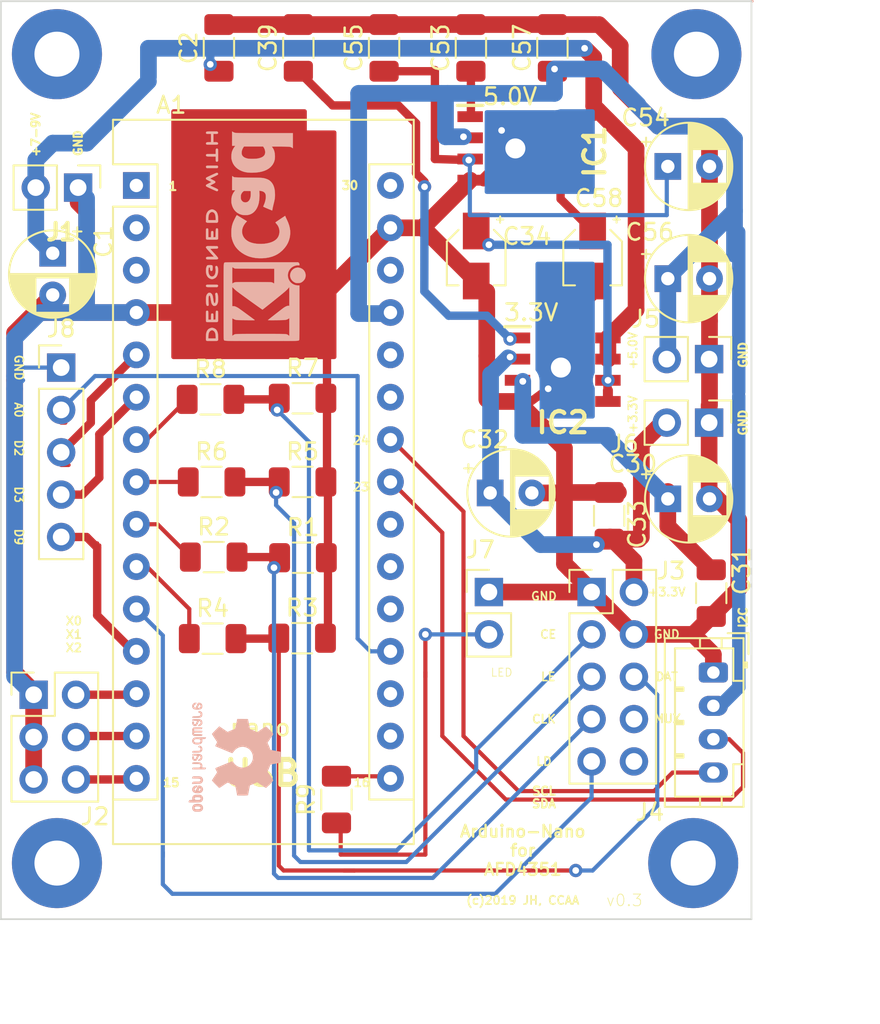
<source format=kicad_pcb>
(kicad_pcb (version 20171130) (host pcbnew 5.1.4+dfsg1-2)
  (title_block (title "Ardnuino for ADF4351") (date 2019-10-27) (rev v0.2))
  (layers (0 F.Cu signal) (31 B.Cu signal) (35 F.Paste user) (36 B.SilkS user) (37 F.SilkS user) (38 B.Mask user) (39 F.Mask user) (44 Edge.Cuts user))
  (net 0 "")
  (net 1 "Net-(A1-Pad16)")
  (net 2 "Net-(A1-Pad15)")
  (net 3 "Net-(A1-Pad30)")
  (net 4 "Net-(A1-Pad14)")
  (net 5 GND)
  (net 6 "Net-(A1-Pad13)")
  (net 7 "Net-(A1-Pad28)")
  (net 8 "Net-(A1-Pad12)")
  (net 9 "Net-(A1-Pad27)")
  (net 10 "Net-(A1-Pad11)")
  (net 11 "Net-(A1-Pad26)")
  (net 12 "Net-(A1-Pad10)")
  (net 13 "Net-(A1-Pad25)")
  (net 14 "Net-(A1-Pad9)")
  (net 15 "Net-(A1-Pad24)")
  (net 16 "Net-(A1-Pad8)")
  (net 17 "Net-(A1-Pad23)")
  (net 18 "Net-(A1-Pad7)")
  (net 19 "Net-(A1-Pad22)")
  (net 20 "Net-(A1-Pad6)")
  (net 21 "Net-(A1-Pad21)")
  (net 22 "Net-(A1-Pad5)")
  (net 23 "Net-(A1-Pad20)")
  (net 24 "Net-(A1-Pad19)")
  (net 25 "Net-(A1-Pad3)")
  (net 26 "Net-(A1-Pad18)")
  (net 27 "Net-(A1-Pad2)")
  (net 28 "Net-(A1-Pad17)")
  (net 29 "Net-(A1-Pad1)")
  (net 30 "Net-(C1-Pad1)")
  (net 31 "Net-(C30-Pad1)")
  (net 32 "Net-(C32-Pad1)")
  (net 33 "Net-(C34-Pad1)")
  (net 34 "Net-(C39-Pad1)")
  (net 35 "Net-(C53-Pad1)")
  (net 36 "Net-(C54-Pad1)")
  (net 37 "Net-(C58-Pad1)")
  (net 38 "Net-(J3-Pad10)")
  (net 39 "Net-(J3-Pad8)")
  (net 40 "Net-(J3-Pad7)")
  (net 41 "Net-(J3-Pad6)")
  (net 42 "Net-(J3-Pad5)")
  (net 43 "Net-(J3-Pad3)")
  (net 44 "Net-(J7-Pad2)")
  (module Connector_PinHeader_2.54mm:PinHeader_1x05_P2.54mm_Vertical (layer F.Cu) (at 67.056 98.298)
    (fp_text reference J8 (at 0 -2.33) (layer F.SilkS))
    (fp_text value Conn_01x05_Male)
    (pad 5 thru_hole oval (at 0 10.16) (size 1.7 1.7) (drill 1) (layers *.Cu *.Mask) (net 8 "Net-(A1-Pad12)"))
    (pad 4 thru_hole oval (at 0 7.62) (size 1.7 1.7) (drill 1) (layers *.Cu *.Mask) (net 20 "Net-(A1-Pad6)"))
    (pad 3 thru_hole oval (at 0 5.08) (size 1.7 1.7) (drill 1) (layers *.Cu *.Mask) (net 22 "Net-(A1-Pad5)"))
    (pad 2 thru_hole oval (at 0 2.54) (size 1.7 1.7) (drill 1) (layers *.Cu *.Mask) (net 24 "Net-(A1-Pad19)"))
    (pad 1 thru_hole rect (at 0 0) (size 1.7 1.7) (drill 1) (layers *.Cu *.Mask) (net 5 GND))
  )
  (module Symbol:OSHW-Logo2_7.3x6mm_SilkScreen (layer B.Cu) (at 77.47 121.666 90)
    (fp_text reference REF** hide)
    (fp_text value OSHW-Logo2_7.3x6mm_SilkScreen hide)
  )
  (module Symbol:KiCad-Logo2_5mm_SilkScreen (layer B.Cu) (at 78.74 90.424 90)
    (fp_text reference REF** hide)
    (fp_text value KiCad-Logo2_5mm_SilkScreen hide)
  )
  (module SOIC127P600X175-9N (layer F.Cu) (at 94.2975 85.1535)
    (fp_text reference IC1 (at 4.7625 0.1905 270) (layer F.SilkS) (effects (font (size 1.27 1.27) (thickness 0.254))))
    (fp_text value ADM7150ARDZ-5.0 hide)
    (pad 1 smd rect (at -2.712 -1.905 90) (size 0.65 1.525) (layers F.Cu F.Paste F.Mask) (net 35 "Net-(C53-Pad1)"))
    (pad 2 smd rect (at -2.712 -0.635 90) (size 0.65 1.525) (layers F.Cu F.Paste F.Mask) (net 9 "Net-(A1-Pad27)"))
    (pad 3 smd rect (at -2.712 0.635 90) (size 0.65 1.525) (layers F.Cu F.Paste F.Mask) (net 36 "Net-(C54-Pad1)"))
    (pad 4 smd rect (at -2.712 1.905 90) (size 0.65 1.525) (layers F.Cu F.Paste F.Mask) (net 5 GND))
    (pad 5 smd rect (at 2.712 1.905 90) (size 0.65 1.525) (layers F.Cu F.Paste F.Mask) (net 37 "Net-(C58-Pad1)"))
    (pad 6 smd rect (at 2.712 0.635 90) (size 0.65 1.525) (layers F.Cu F.Paste F.Mask) (net 37 "Net-(C58-Pad1)"))
    (pad 7 smd rect (at 2.712 -0.635 90) (size 0.65 1.525) (layers F.Cu F.Paste F.Mask) (net 30 "Net-(C1-Pad1)"))
    (pad 8 smd rect (at 2.712 -1.905 90) (size 0.65 1.525) (layers F.Cu F.Paste F.Mask) (net 30 "Net-(C1-Pad1)"))
    (pad 9 smd rect (at 0 0) (size 2.41 3.098) (layers F.Cu F.Paste F.Mask) (net 5 GND))
  )
  (module Resistor_SMD:R_1206_3216Metric (layer F.Cu) (at 83.566 124.206 90)
    (fp_text reference R9 (at 0 -1.82 90) (layer F.SilkS))
    (fp_text value 220)
    (pad 2 smd roundrect (at 1.4 0 90) (size 1.25 1.75) (layers F.Cu F.Paste F.Mask) (roundrect_rratio 0.2) (net 1 "Net-(A1-Pad16)"))
    (pad 1 smd roundrect (at -1.4 0 90) (size 1.25 1.75) (layers F.Cu F.Paste F.Mask) (roundrect_rratio 0.2) (net 44 "Net-(J7-Pad2)"))
  )
  (module Connector_PinHeader_2.54mm:PinHeader_1x02_P2.54mm_Vertical (layer F.Cu) (at 92.71 111.76)
    (fp_text reference J7 (at -0.508 -2.54) (layer F.SilkS))
    (fp_text value Conn_01x02_Male)
    (pad 2 thru_hole oval (at 0 2.54) (size 1.7 1.7) (drill 1) (layers *.Cu *.Mask) (net 44 "Net-(J7-Pad2)"))
    (pad 1 thru_hole rect (at 0 0) (size 1.7 1.7) (drill 1) (layers *.Cu *.Mask) (net 5 GND))
  )
  (module Connector_PinHeader_2.54mm:PinHeader_1x02_P2.54mm_Vertical (layer F.Cu) (at 105.918 101.6 270)
    (fp_text reference J6 (at 1.27 5.08 180) (layer F.SilkS))
    (fp_text value Conn_01x02_Male)
    (pad 2 thru_hole oval (at 0 2.54 270) (size 1.7 1.7) (drill 1) (layers *.Cu *.Mask) (net 32 "Net-(C32-Pad1)"))
    (pad 1 thru_hole rect (at 0 0 270) (size 1.7 1.7) (drill 1) (layers *.Cu *.Mask) (net 5 GND))
  )
  (module Connector_PinHeader_2.54mm:PinHeader_1x02_P2.54mm_Vertical (layer F.Cu) (at 105.918 97.79 270)
    (fp_text reference J5 (at -2.413 3.81 180) (layer F.SilkS))
    (fp_text value Conn_01x02_Male)
    (pad 2 thru_hole oval (at 0 2.54 270) (size 1.7 1.7) (drill 1) (layers *.Cu *.Mask) (net 9 "Net-(A1-Pad27)"))
    (pad 1 thru_hole rect (at 0 0 270) (size 1.7 1.7) (drill 1) (layers *.Cu *.Mask) (net 5 GND))
  )
  (module MountingHole:MountingHole_2.7mm_M2.5_Pad (layer F.Cu) (at 105.156 79.502)
    (fp_text reference REF** hide)
    (fp_text value MountingHole_2.7mm_M2.5_Pad)
    (pad 1 thru_hole circle (at 0 0) (size 5.4 5.4) (drill 2.7) (layers *.Cu *.Mask))
  )
  (module MountingHole:MountingHole_2.7mm_M2.5_Pad (layer F.Cu) (at 66.802 79.502)
    (fp_text reference REF** hide)
    (fp_text value MountingHole_2.7mm_M2.5_Pad)
    (pad 1 thru_hole circle (at 0 0) (size 5.4 5.4) (drill 2.7) (layers *.Cu *.Mask))
  )
  (module MountingHole:MountingHole_2.7mm_M2.5_Pad (layer F.Cu) (at 66.802 128.016)
    (fp_text reference REF** hide)
    (fp_text value MountingHole_2.7mm_M2.5_Pad)
    (pad 1 thru_hole circle (at 0 0) (size 5.4 5.4) (drill 2.7) (layers *.Cu *.Mask))
  )
  (module MountingHole:MountingHole_2.7mm_M2.5_Pad (layer F.Cu) (at 104.9655 128.016)
    (fp_text reference "" hide)
    (fp_text value MountingHole_2.7mm_M2.5_Pad hide)
    (pad 1 thru_hole circle (at 0 0) (size 5.4 5.4) (drill 2.7) (layers *.Cu *.Mask))
  )
  (module Capacitor_SMD:C_1206_3216Metric (layer F.Cu) (at 99.9236 107.188 90)
    (fp_text reference C33 (at -0.508 1.6764 -90) (layer F.SilkS))
    (fp_text value 10nF)
    (pad 2 smd roundrect (at 1.4 0 90) (size 1.25 1.75) (layers F.Cu F.Paste F.Mask) (roundrect_rratio 0.2) (net 5 GND))
    (pad 1 smd roundrect (at -1.4 0 90) (size 1.25 1.75) (layers F.Cu F.Paste F.Mask) (roundrect_rratio 0.2) (net 32 "Net-(C32-Pad1)"))
  )
  (module Connector_JST:JST_PH_B4B-PH-K_1x04_P2.00mm_Vertical (layer F.Cu) (at 106.172 116.586 270)
    (fp_text reference J4 (at 8.382 3.81 180) (layer F.SilkS))
    (fp_text value Conn_01x04_Male)
    (pad 4 thru_hole oval (at 6 0 270) (size 1.2 1.75) (drill 0.75) (layers *.Cu *.Mask) (net 15 "Net-(A1-Pad24)"))
    (pad 3 thru_hole oval (at 4 0 270) (size 1.2 1.75) (drill 0.75) (layers *.Cu *.Mask) (net 17 "Net-(A1-Pad23)"))
    (pad 2 thru_hole oval (at 2 0 270) (size 1.2 1.75) (drill 0.75) (layers *.Cu *.Mask) (net 9 "Net-(A1-Pad27)"))
    (pad 1 thru_hole roundrect (at 0 0 270) (size 1.2 1.75) (drill 0.75) (layers *.Cu *.Mask) (roundrect_rratio 0.208333) (net 5 GND))
  )
  (module Module:Arduino_Nano_WithMountingHoles (layer F.Cu) (at 71.5645 87.376)
    (fp_text reference A1 (at 2.0955 -4.826) (layer F.SilkS))
    (fp_text value Arduino_Nano_v3.x)
    (pad "" np_thru_hole circle (at 0 38.1) (size 1.78 1.78) (drill 1.78) (layers *.Cu *.Mask))
    (pad "" np_thru_hole circle (at 15.24 38.1) (size 1.78 1.78) (drill 1.78) (layers *.Cu *.Mask))
    (pad "" np_thru_hole circle (at 15.24 -2.54) (size 1.78 1.78) (drill 1.78) (layers *.Cu *.Mask))
    (pad "" np_thru_hole circle (at 0 -2.54) (size 1.78 1.78) (drill 1.78) (layers *.Cu *.Mask))
    (pad 16 thru_hole oval (at 15.24 35.56) (size 1.6 1.6) (drill 0.8) (layers *.Cu *.Mask) (net 1 "Net-(A1-Pad16)"))
    (pad 15 thru_hole oval (at 0 35.56) (size 1.6 1.6) (drill 0.8) (layers *.Cu *.Mask) (net 2 "Net-(A1-Pad15)"))
    (pad 30 thru_hole oval (at 15.24 0) (size 1.6 1.6) (drill 0.8) (layers *.Cu *.Mask) (net 3 "Net-(A1-Pad30)"))
    (pad 14 thru_hole oval (at 0 33.02) (size 1.6 1.6) (drill 0.8) (layers *.Cu *.Mask) (net 4 "Net-(A1-Pad14)"))
    (pad 29 thru_hole oval (at 15.24 2.54) (size 1.6 1.6) (drill 0.8) (layers *.Cu *.Mask) (net 5 GND))
    (pad 13 thru_hole oval (at 0 30.48) (size 1.6 1.6) (drill 0.8) (layers *.Cu *.Mask) (net 6 "Net-(A1-Pad13)"))
    (pad 28 thru_hole oval (at 15.24 5.08) (size 1.6 1.6) (drill 0.8) (layers *.Cu *.Mask) (net 7 "Net-(A1-Pad28)"))
    (pad 12 thru_hole oval (at 0 27.94) (size 1.6 1.6) (drill 0.8) (layers *.Cu *.Mask) (net 8 "Net-(A1-Pad12)"))
    (pad 27 thru_hole oval (at 15.24 7.62) (size 1.6 1.6) (drill 0.8) (layers *.Cu *.Mask) (net 9 "Net-(A1-Pad27)"))
    (pad 11 thru_hole oval (at 0 25.4) (size 1.6 1.6) (drill 0.8) (layers *.Cu *.Mask) (net 10 "Net-(A1-Pad11)"))
    (pad 26 thru_hole oval (at 15.24 10.16) (size 1.6 1.6) (drill 0.8) (layers *.Cu *.Mask) (net 11 "Net-(A1-Pad26)"))
    (pad 10 thru_hole oval (at 0 22.86) (size 1.6 1.6) (drill 0.8) (layers *.Cu *.Mask) (net 12 "Net-(A1-Pad10)"))
    (pad 25 thru_hole oval (at 15.24 12.7) (size 1.6 1.6) (drill 0.8) (layers *.Cu *.Mask) (net 13 "Net-(A1-Pad25)"))
    (pad 9 thru_hole oval (at 0 20.32) (size 1.6 1.6) (drill 0.8) (layers *.Cu *.Mask) (net 14 "Net-(A1-Pad9)"))
    (pad 24 thru_hole oval (at 15.24 15.24) (size 1.6 1.6) (drill 0.8) (layers *.Cu *.Mask) (net 15 "Net-(A1-Pad24)"))
    (pad 8 thru_hole oval (at 0 17.78) (size 1.6 1.6) (drill 0.8) (layers *.Cu *.Mask) (net 16 "Net-(A1-Pad8)"))
    (pad 23 thru_hole oval (at 15.24 17.78) (size 1.6 1.6) (drill 0.8) (layers *.Cu *.Mask) (net 17 "Net-(A1-Pad23)"))
    (pad 7 thru_hole oval (at 0 15.24) (size 1.6 1.6) (drill 0.8) (layers *.Cu *.Mask) (net 18 "Net-(A1-Pad7)"))
    (pad 22 thru_hole oval (at 15.24 20.32) (size 1.6 1.6) (drill 0.8) (layers *.Cu *.Mask) (net 19 "Net-(A1-Pad22)"))
    (pad 6 thru_hole oval (at 0 12.7) (size 1.6 1.6) (drill 0.8) (layers *.Cu *.Mask) (net 20 "Net-(A1-Pad6)"))
    (pad 21 thru_hole oval (at 15.24 22.86) (size 1.6 1.6) (drill 0.8) (layers *.Cu *.Mask) (net 21 "Net-(A1-Pad21)"))
    (pad 5 thru_hole oval (at 0 10.16) (size 1.6 1.6) (drill 0.8) (layers *.Cu *.Mask) (net 22 "Net-(A1-Pad5)"))
    (pad 20 thru_hole oval (at 15.24 25.4) (size 1.6 1.6) (drill 0.8) (layers *.Cu *.Mask) (net 23 "Net-(A1-Pad20)"))
    (pad 4 thru_hole oval (at 0 7.62) (size 1.6 1.6) (drill 0.8) (layers *.Cu *.Mask) (net 5 GND))
    (pad 19 thru_hole oval (at 15.24 27.94) (size 1.6 1.6) (drill 0.8) (layers *.Cu *.Mask) (net 24 "Net-(A1-Pad19)"))
    (pad 3 thru_hole oval (at 0 5.08) (size 1.6 1.6) (drill 0.8) (layers *.Cu *.Mask) (net 25 "Net-(A1-Pad3)"))
    (pad 18 thru_hole oval (at 15.24 30.48) (size 1.6 1.6) (drill 0.8) (layers *.Cu *.Mask) (net 26 "Net-(A1-Pad18)"))
    (pad 2 thru_hole oval (at 0 2.54) (size 1.6 1.6) (drill 0.8) (layers *.Cu *.Mask) (net 27 "Net-(A1-Pad2)"))
    (pad 17 thru_hole oval (at 15.24 33.02) (size 1.6 1.6) (drill 0.8) (layers *.Cu *.Mask) (net 28 "Net-(A1-Pad17)"))
    (pad 1 thru_hole rect (at 0 0) (size 1.6 1.6) (drill 0.8) (layers *.Cu *.Mask) (net 29 "Net-(A1-Pad1)"))
  )
  (module Resistor_SMD:R_1206_3216Metric (layer F.Cu) (at 76.0125 100.203)
    (fp_text reference R8 (at 0 -1.82) (layer F.SilkS))
    (fp_text value 1k5)
    (pad 2 smd roundrect (at 1.4 0) (size 1.25 1.75) (layers F.Cu F.Paste F.Mask) (roundrect_rratio 0.2) (net 43 "Net-(J3-Pad3)"))
    (pad 1 smd roundrect (at -1.4 0) (size 1.25 1.75) (layers F.Cu F.Paste F.Mask) (roundrect_rratio 0.2) (net 18 "Net-(A1-Pad7)"))
  )
  (module Resistor_SMD:R_1206_3216Metric (layer F.Cu) (at 81.534 100.1395)
    (fp_text reference R7 (at 0 -1.82) (layer F.SilkS))
    (fp_text value 3k3)
    (pad 2 smd roundrect (at 1.4 0) (size 1.25 1.75) (layers F.Cu F.Paste F.Mask) (roundrect_rratio 0.2) (net 5 GND))
    (pad 1 smd roundrect (at -1.4 0) (size 1.25 1.75) (layers F.Cu F.Paste F.Mask) (roundrect_rratio 0.2) (net 43 "Net-(J3-Pad3)"))
  )
  (module Resistor_SMD:R_1206_3216Metric (layer F.Cu) (at 76.076 105.156)
    (fp_text reference R6 (at 0 -1.82) (layer F.SilkS))
    (fp_text value 1k5)
    (pad 2 smd roundrect (at 1.4 0) (size 1.25 1.75) (layers F.Cu F.Paste F.Mask) (roundrect_rratio 0.2) (net 42 "Net-(J3-Pad5)"))
    (pad 1 smd roundrect (at -1.4 0) (size 1.25 1.75) (layers F.Cu F.Paste F.Mask) (roundrect_rratio 0.2) (net 16 "Net-(A1-Pad8)"))
  )
  (module Resistor_SMD:R_1206_3216Metric (layer F.Cu) (at 81.534 105.156)
    (fp_text reference R5 (at 0 -1.82) (layer F.SilkS))
    (fp_text value 3k3)
    (pad 2 smd roundrect (at 1.4 0) (size 1.25 1.75) (layers F.Cu F.Paste F.Mask) (roundrect_rratio 0.2) (net 5 GND))
    (pad 1 smd roundrect (at -1.4 0) (size 1.25 1.75) (layers F.Cu F.Paste F.Mask) (roundrect_rratio 0.2) (net 42 "Net-(J3-Pad5)"))
  )
  (module Resistor_SMD:R_1206_3216Metric (layer F.Cu) (at 76.1395 114.554)
    (fp_text reference R4 (at 0 -1.82) (layer F.SilkS))
    (fp_text value 1k5)
    (pad 2 smd roundrect (at 1.4 0) (size 1.25 1.75) (layers F.Cu F.Paste F.Mask) (roundrect_rratio 0.2) (net 41 "Net-(J3-Pad6)"))
    (pad 1 smd roundrect (at -1.4 0) (size 1.25 1.75) (layers F.Cu F.Paste F.Mask) (roundrect_rratio 0.2) (net 12 "Net-(A1-Pad10)"))
  )
  (module Resistor_SMD:R_1206_3216Metric (layer F.Cu) (at 81.5086 114.5286)
    (fp_text reference R3 (at 0 -1.82) (layer F.SilkS))
    (fp_text value 3k3)
    (pad 2 smd roundrect (at 1.4 0) (size 1.25 1.75) (layers F.Cu F.Paste F.Mask) (roundrect_rratio 0.2) (net 5 GND))
    (pad 1 smd roundrect (at -1.4 0) (size 1.25 1.75) (layers F.Cu F.Paste F.Mask) (roundrect_rratio 0.2) (net 41 "Net-(J3-Pad6)"))
  )
  (module Resistor_SMD:R_1206_3216Metric (layer F.Cu) (at 76.203 109.6645)
    (fp_text reference R2 (at 0 -1.82) (layer F.SilkS))
    (fp_text value 1k5)
    (pad 2 smd roundrect (at 1.4 0) (size 1.25 1.75) (layers F.Cu F.Paste F.Mask) (roundrect_rratio 0.2) (net 40 "Net-(J3-Pad7)"))
    (pad 1 smd roundrect (at -1.4 0) (size 1.25 1.75) (layers F.Cu F.Paste F.Mask) (roundrect_rratio 0.2) (net 14 "Net-(A1-Pad9)"))
  )
  (module Resistor_SMD:R_1206_3216Metric (layer F.Cu) (at 81.5594 109.7026)
    (fp_text reference R1 (at 0 -1.82) (layer F.SilkS))
    (fp_text value 3k3)
    (pad 2 smd roundrect (at 1.4 0) (size 1.25 1.75) (layers F.Cu F.Paste F.Mask) (roundrect_rratio 0.2) (net 5 GND))
    (pad 1 smd roundrect (at -1.4 0) (size 1.25 1.75) (layers F.Cu F.Paste F.Mask) (roundrect_rratio 0.2) (net 40 "Net-(J3-Pad7)"))
  )
  (module Connector_PinHeader_2.54mm:PinHeader_2x05_P2.54mm_Vertical (layer F.Cu) (at 98.8695 111.76)
    (fp_text reference J3 (at 4.7625 -1.27) (layer F.SilkS))
    (fp_text value Conn_02x05_Top_Bottom)
    (pad 10 thru_hole oval (at 2.54 10.16) (size 1.7 1.7) (drill 1) (layers *.Cu *.Mask) (net 38 "Net-(J3-Pad10)"))
    (pad 9 thru_hole oval (at 0 10.16) (size 1.7 1.7) (drill 1) (layers *.Cu *.Mask) (net 10 "Net-(A1-Pad11)"))
    (pad 8 thru_hole oval (at 2.54 7.62) (size 1.7 1.7) (drill 1) (layers *.Cu *.Mask) (net 39 "Net-(J3-Pad8)"))
    (pad 7 thru_hole oval (at 0 7.62) (size 1.7 1.7) (drill 1) (layers *.Cu *.Mask) (net 40 "Net-(J3-Pad7)"))
    (pad 6 thru_hole oval (at 2.54 5.08) (size 1.7 1.7) (drill 1) (layers *.Cu *.Mask) (net 41 "Net-(J3-Pad6)"))
    (pad 5 thru_hole oval (at 0 5.08) (size 1.7 1.7) (drill 1) (layers *.Cu *.Mask) (net 42 "Net-(J3-Pad5)"))
    (pad 4 thru_hole oval (at 2.54 2.54) (size 1.7 1.7) (drill 1) (layers *.Cu *.Mask) (net 5 GND))
    (pad 3 thru_hole oval (at 0 2.54) (size 1.7 1.7) (drill 1) (layers *.Cu *.Mask) (net 43 "Net-(J3-Pad3)"))
    (pad 2 thru_hole oval (at 2.54 0) (size 1.7 1.7) (drill 1) (layers *.Cu *.Mask) (net 32 "Net-(C32-Pad1)"))
    (pad 1 thru_hole rect (at 0 0) (size 1.7 1.7) (drill 1) (layers *.Cu *.Mask) (net 5 GND))
  )
  (module Connector_PinHeader_2.54mm:PinHeader_2x03_P2.54mm_Vertical (layer F.Cu) (at 65.405 117.9195)
    (fp_text reference J2 (at 3.683 7.3025) (layer F.SilkS))
    (fp_text value Conn_02x03_Odd_Even)
    (pad 6 thru_hole oval (at 2.54 5.08) (size 1.7 1.7) (drill 1) (layers *.Cu *.Mask) (net 2 "Net-(A1-Pad15)"))
    (pad 5 thru_hole oval (at 0 5.08) (size 1.7 1.7) (drill 1) (layers *.Cu *.Mask) (net 5 GND))
    (pad 4 thru_hole oval (at 2.54 2.54) (size 1.7 1.7) (drill 1) (layers *.Cu *.Mask) (net 4 "Net-(A1-Pad14)"))
    (pad 3 thru_hole oval (at 0 2.54) (size 1.7 1.7) (drill 1) (layers *.Cu *.Mask) (net 5 GND))
    (pad 2 thru_hole oval (at 2.54 0) (size 1.7 1.7) (drill 1) (layers *.Cu *.Mask) (net 6 "Net-(A1-Pad13)"))
    (pad 1 thru_hole rect (at 0 0) (size 1.7 1.7) (drill 1) (layers *.Cu *.Mask) (net 5 GND))
  )
  (module Connector_PinHeader_2.54mm:PinHeader_1x02_P2.54mm_Vertical (layer F.Cu) (at 68.072 87.503 270)
    (fp_text reference J1 (at 2.667 1.016 180) (layer F.SilkS) (effects (font (thickness 0.25))))
    (fp_text value Conn_01x02_Male)
    (pad 2 thru_hole oval (at 0 2.54 270) (size 1.7 1.7) (drill 1) (layers *.Cu *.Mask) (net 30 "Net-(C1-Pad1)"))
    (pad 1 thru_hole rect (at 0 0 270) (size 1.7 1.7) (drill 1) (layers *.Cu *.Mask) (net 5 GND))
  )
  (module Capacitor_SMD:CP_Elec_3x5.3 (layer F.Cu) (at 98.933 91.6065 270)
    (fp_text reference C58 (at -3.4685 -0.381 180) (layer F.SilkS))
    (fp_text value 1uF)
    (pad 2 smd rect (at 1.5 0 270) (size 2.2 1.6) (layers F.Cu F.Paste F.Mask) (net 5 GND))
    (pad 1 smd rect (at -1.5 0 270) (size 2.2 1.6) (layers F.Cu F.Paste F.Mask) (net 37 "Net-(C58-Pad1)"))
  )
  (module Capacitor_SMD:C_1206_3216Metric (layer F.Cu) (at 96.52 79.124 90)
    (fp_text reference C57 (at 0 -1.82 90) (layer F.SilkS))
    (fp_text value 10nF)
    (pad 2 smd roundrect (at 1.4 0 90) (size 1.25 1.75) (layers F.Cu F.Paste F.Mask) (roundrect_rratio 0.2) (net 5 GND))
    (pad 1 smd roundrect (at -1.4 0 90) (size 1.25 1.75) (layers F.Cu F.Paste F.Mask) (roundrect_rratio 0.2) (net 9 "Net-(A1-Pad27)"))
  )
  (module Capacitor_THT:CP_Radial_D5.0mm_P2.50mm (layer F.Cu) (at 103.4415 92.964)
    (fp_text reference C56 (at -1.0795 -2.794) (layer F.SilkS))
    (fp_text value 47uF)
    (pad 2 thru_hole circle (at 2.5 0) (size 1.6 1.6) (drill 0.8) (layers *.Cu *.Mask) (net 5 GND))
    (pad 1 thru_hole rect (at 0 0) (size 1.6 1.6) (drill 0.8) (layers *.Cu *.Mask) (net 9 "Net-(A1-Pad27)"))
  )
  (module Capacitor_SMD:C_1206_3216Metric (layer F.Cu) (at 86.4235 79.124 90)
    (fp_text reference C55 (at 0 -1.82 90) (layer F.SilkS))
    (fp_text value 10nF)
    (pad 2 smd roundrect (at 1.4 0 90) (size 1.25 1.75) (layers F.Cu F.Paste F.Mask) (roundrect_rratio 0.2) (net 5 GND))
    (pad 1 smd roundrect (at -1.4 0 90) (size 1.25 1.75) (layers F.Cu F.Paste F.Mask) (roundrect_rratio 0.2) (net 36 "Net-(C54-Pad1)"))
  )
  (module Capacitor_THT:CP_Radial_D5.0mm_P2.50mm (layer F.Cu) (at 103.4415 86.233)
    (fp_text reference C54 (at -1.3335 -2.921) (layer F.SilkS))
    (fp_text value 47uF)
    (pad 2 thru_hole circle (at 2.5 0) (size 1.6 1.6) (drill 0.8) (layers *.Cu *.Mask) (net 5 GND))
    (pad 1 thru_hole rect (at 0 0) (size 1.6 1.6) (drill 0.8) (layers *.Cu *.Mask) (net 36 "Net-(C54-Pad1)"))
  )
  (module Capacitor_SMD:C_1206_3216Metric (layer F.Cu) (at 91.6305 79.124 90)
    (fp_text reference C53 (at 0 -1.82 90) (layer F.SilkS))
    (fp_text value 10nF)
    (pad 2 smd roundrect (at 1.4 0 90) (size 1.25 1.75) (layers F.Cu F.Paste F.Mask) (roundrect_rratio 0.2) (net 5 GND))
    (pad 1 smd roundrect (at -1.4 0 90) (size 1.25 1.75) (layers F.Cu F.Paste F.Mask) (roundrect_rratio 0.2) (net 35 "Net-(C53-Pad1)"))
  )
  (module Capacitor_SMD:C_1206_3216Metric (layer F.Cu) (at 81.28 79.124 90)
    (fp_text reference C39 (at 0 -1.82 90) (layer F.SilkS))
    (fp_text value 10nF)
    (pad 2 smd roundrect (at 1.4 0 90) (size 1.25 1.75) (layers F.Cu F.Paste F.Mask) (roundrect_rratio 0.2) (net 5 GND))
    (pad 1 smd roundrect (at -1.4 0 90) (size 1.25 1.75) (layers F.Cu F.Paste F.Mask) (roundrect_rratio 0.2) (net 34 "Net-(C39-Pad1)"))
  )
  (module Capacitor_SMD:CP_Elec_3x5.3 (layer F.Cu) (at 91.948 91.6065 270)
    (fp_text reference C34 (at -1.1825 -3.048 180) (layer F.SilkS))
    (fp_text value 1uF)
    (pad 2 smd rect (at 1.5 0 270) (size 2.2 1.6) (layers F.Cu F.Paste F.Mask) (net 5 GND))
    (pad 1 smd rect (at -1.5 0 270) (size 2.2 1.6) (layers F.Cu F.Paste F.Mask) (net 33 "Net-(C34-Pad1)"))
  )
  (module Capacitor_THT:CP_Radial_D5.0mm_P2.50mm (layer F.Cu) (at 92.7862 105.8164)
    (fp_text reference C32 (at -0.3302 -3.2004) (layer F.SilkS))
    (fp_text value 47uF)
    (pad 2 thru_hole circle (at 2.5 0) (size 1.6 1.6) (drill 0.8) (layers *.Cu *.Mask) (net 5 GND))
    (pad 1 thru_hole rect (at 0 0) (size 1.6 1.6) (drill 0.8) (layers *.Cu *.Mask) (net 32 "Net-(C32-Pad1)"))
  )
  (module Capacitor_SMD:C_1206_3216Metric (layer F.Cu) (at 106.045 111.8265 270)
    (fp_text reference C31 (at -1.3365 -1.82 90) (layer F.SilkS))
    (fp_text value 10nF)
    (pad 2 smd roundrect (at 1.4 0 270) (size 1.25 1.75) (layers F.Cu F.Paste F.Mask) (roundrect_rratio 0.2) (net 5 GND))
    (pad 1 smd roundrect (at -1.4 0 270) (size 1.25 1.75) (layers F.Cu F.Paste F.Mask) (roundrect_rratio 0.2) (net 31 "Net-(C30-Pad1)"))
  )
  (module Capacitor_THT:CP_Radial_D5.0mm_P2.50mm (layer F.Cu) (at 103.4415 106.172)
    (fp_text reference C30 (at -2.0955 -2.0955 180) (layer F.SilkS))
    (fp_text value 47uF)
    (pad 2 thru_hole circle (at 2.5 0) (size 1.6 1.6) (drill 0.8) (layers *.Cu *.Mask) (net 5 GND))
    (pad 1 thru_hole rect (at 0 0) (size 1.6 1.6) (drill 0.8) (layers *.Cu *.Mask) (net 31 "Net-(C30-Pad1)"))
  )
  (module Capacitor_SMD:C_1206_3216Metric (layer F.Cu) (at 76.5175 79.124 90)
    (fp_text reference C2 (at 0 -1.82 90) (layer F.SilkS))
    (fp_text value 10nF)
    (pad 2 smd roundrect (at 1.4 0 90) (size 1.25 1.75) (layers F.Cu F.Paste F.Mask) (roundrect_rratio 0.2) (net 5 GND))
    (pad 1 smd roundrect (at -1.4 0 90) (size 1.25 1.75) (layers F.Cu F.Paste F.Mask) (roundrect_rratio 0.2) (net 30 "Net-(C1-Pad1)"))
  )
  (module Capacitor_THT:CP_Radial_D5.0mm_P2.50mm (layer F.Cu) (at 66.548 91.44 270)
    (fp_text reference C1 (at -0.6985 -3.048 90) (layer F.SilkS))
    (fp_text value 47uF)
    (pad 2 thru_hole circle (at 2.5 0 270) (size 1.6 1.6) (drill 0.8) (layers *.Cu *.Mask) (net 5 GND))
    (pad 1 thru_hole rect (at 0 0 270) (size 1.6 1.6) (drill 0.8) (layers *.Cu *.Mask) (net 30 "Net-(C1-Pad1)"))
  )
  (module SOIC127P600X175-9N (layer F.Cu) (at 97.1365 98.425)
    (fp_text reference IC2 (at 0 3.175) (layer F.SilkS) (effects (font (size 1.27 1.27) (thickness 0.254))))
    (fp_text value ADM7150ARDZ-3.3 hide)
    (pad 1 smd rect (at -2.712 -1.905 90) (size 0.65 1.525) (layers F.Cu F.Paste F.Mask) (net 34 "Net-(C39-Pad1)"))
    (pad 2 smd rect (at -2.712 -0.635 90) (size 0.65 1.525) (layers F.Cu F.Paste F.Mask) (net 32 "Net-(C32-Pad1)"))
    (pad 3 smd rect (at -2.712 0.635 90) (size 0.65 1.525) (layers F.Cu F.Paste F.Mask) (net 31 "Net-(C30-Pad1)"))
    (pad 4 smd rect (at -2.712 1.905 90) (size 0.65 1.525) (layers F.Cu F.Paste F.Mask) (net 5 GND))
    (pad 5 smd rect (at 2.712 1.905 90) (size 0.65 1.525) (layers F.Cu F.Paste F.Mask) (net 33 "Net-(C34-Pad1)"))
    (pad 6 smd rect (at 2.712 0.635 90) (size 0.65 1.525) (layers F.Cu F.Paste F.Mask) (net 33 "Net-(C34-Pad1)"))
    (pad 7 smd rect (at 2.712 -0.635 90) (size 0.65 1.525) (layers F.Cu F.Paste F.Mask) (net 30 "Net-(C1-Pad1)"))
    (pad 8 smd rect (at 2.712 -1.905 90) (size 0.65 1.525) (layers F.Cu F.Paste F.Mask) (net 30 "Net-(C1-Pad1)"))
    (pad 9 smd rect (at 0 0) (size 2.41 3.098) (layers F.Cu F.Paste F.Mask) (net 5 GND))
  )
  (gr_text GND (at 64.516 98.298 -90) (layer F.SilkS) (effects (font (size 0.5 0.5) (thickness 0.1))))
  (gr_text D9 (at 64.516 108.458 -90) (layer F.SilkS) (effects (font (size 0.5 0.5) (thickness 0.1))))
  (gr_text D3 (at 64.516 105.918 -90) (layer F.SilkS) (effects (font (size 0.5 0.5) (thickness 0.1))))
  (gr_text D2 (at 64.516 103.124 -90) (layer F.SilkS) (effects (font (size 0.5 0.5) (thickness 0.1))))
  (gr_text A0 (at 64.516 100.838 -90) (layer F.SilkS) (effects (font (size 0.5 0.5) (thickness 0.1))))
  (gr_text LED (at 93.472 116.586) (layer F.SilkS) (effects (font (size 0.4826 0.4826) (thickness 0.0508))))
  (gr_text GND (at 107.95 101.6 90) (layer F.SilkS) (effects (font (size 0.5 0.5) (thickness 0.125))))
  (gr_text GND (at 107.95 97.536 90) (layer F.SilkS) (effects (font (size 0.5 0.5) (thickness 0.125))))
  (gr_text GND (at 68.072 84.836 90) (layer F.SilkS) (effects (font (size 0.5 0.5) (thickness 0.125))))
  (gr_text +7-9V (at 65.532 84.328 90) (layer F.SilkS) (effects (font (size 0.5 0.5) (thickness 0.125))))
  (gr_text I2C (at 107.95 113.284 90) (layer F.SilkS) (effects (font (size 0.5 0.5) (thickness 0.125))))
  (gr_text +5.0V (at 101.346 97.282 90) (layer F.SilkS) (effects (font (size 0.5 0.5) (thickness 0.1))))
  (gr_text +3.3V (at 101.346 101.092 90) (layer F.SilkS) (effects (font (size 0.5 0.5) (thickness 0.1))))
  (gr_text "X0\nX1\nX2" (at 67.818 114.3) (layer F.SilkS) (effects (font (size 0.5 0.5) (thickness 0.1))))
  (gr_text "Arduino-Nano\nfor\nAFD4351" (at 94.742 127.254) (layer F.SilkS) (effects (font (size 0.71 0.71) (thickness 0.141))))
  (gr_text 5.0V (at 93.98 82.042) (layer F.SilkS) (effects (font (size 1 1))))
  (gr_text 3.3V (at 95.25 94.996) (layer F.SilkS) (effects (font (size 1 1))))
  (gr_text MUX (at 103.4288 119.3546) (layer F.SilkS) (effects (font (size 0.5 0.5) (thickness 0.1))))
  (gr_text GND (at 103.378 114.3) (layer F.SilkS) (effects (font (size 0.5 0.5) (thickness 0.1))))
  (gr_text +3.3V (at 103.378 111.76) (layer F.SilkS) (effects (font (size 0.5 0.5) (thickness 0.1))))
  (gr_text GND (at 96.012 112.014) (layer F.SilkS) (effects (font (size 0.5 0.5) (thickness 0.1))))
  (gr_text DAT (at 103.378 116.84) (layer F.SilkS) (effects (font (size 0.5 0.5) (thickness 0.1))))
  (gr_text LD (at 96.012 121.92) (layer F.SilkS) (effects (font (size 0.5 0.5) (thickness 0.1))))
  (gr_text LE (at 96.266 116.84) (layer F.SilkS) (effects (font (size 0.5 0.5) (thickness 0.1))))
  (gr_text CLK (at 96.012 119.38) (layer F.SilkS) (effects (font (size 0.5 0.5) (thickness 0.1))))
  (gr_text CE (at 96.266 114.3) (layer F.SilkS) (effects (font (size 0.5 0.5) (thickness 0.1))))
  (gr_text 24 (at 85.0392 102.6668) (layer F.SilkS) (effects (font (size 0.5 0.5) (thickness 0.1))))
  (gr_text 23 (at 85.0392 105.4608) (layer F.SilkS) (effects (font (size 0.5 0.5) (thickness 0.1))))
  (gr_text SDA (at 96.012 124.46) (layer F.SilkS) (effects (font (size 0.5 0.5) (thickness 0.125))))
  (gr_text SCL (at 96.012 123.698) (layer F.SilkS) (effects (font (size 0.5 0.5) (thickness 0.125))))
  (gr_text 16 (at 85.09 123.19) (layer F.SilkS) (effects (font (size 0.5 0.5) (thickness 0.1))))
  (gr_text 30 (at 84.3788 87.376) (layer F.SilkS) (effects (font (size 0.5 0.5) (thickness 0.125))))
  (gr_text 15 (at 73.66 123.19) (layer F.SilkS) (effects (font (size 0.5 0.5) (thickness 0.125))))
  (gr_text 1 (at 73.7616 87.4268) (layer F.SilkS) (effects (font (size 0.5 0.5) (thickness 0.125))))
  (gr_text v0.3 (at 100.838 130.2512) (layer F.SilkS) (effects (font (size 0.7 0.7) (thickness 0.05))))
  (gr_text "(c)2019 JH, CCAA" (at 94.742 130.2512) (layer F.SilkS) (effects (font (size 0.5 0.5) (thickness 0.1))))
  (gr_text nano (at 78.994 119.888) (layer F.SilkS) (effects (font (size 1 1))))
  (gr_text USB (at 79.121 122.6185) (layer F.SilkS) (effects (font (size 1.5 1.5) (thickness 0.3))))
  (gr_line (start 63.4365 131.3815) (end 63.4365 76.327) (layer Edge.Cuts) (width 0.1))
  (gr_line (start 108.458 131.3815) (end 63.4365 131.3815) (layer Edge.Cuts) (width 0.1))
  (gr_line (start 108.458 76.327) (end 108.458 131.3815) (layer Edge.Cuts) (width 0.1))
  (gr_line (start 108.458 76.327) (end 108.5215 76.327) (layer B.SilkS) (width 0.15))
  (gr_line (start 63.4365 76.327) (end 108.458 76.327) (layer Edge.Cuts) (width 0.1))
  (segment (start 86.6805 122.812) (end 86.8045 122.936) (width 0.25) (layer F.Cu) (net 1))
  (segment (start 83.82 122.812) (end 86.6805 122.812) (width 0.25) (layer F.Cu) (net 1))
  (segment (start 71.501 122.9995) (end 71.5645 122.936) (width 0.25) (layer F.Cu) (net 2))
  (segment (start 67.945 122.9995) (end 71.501 122.9995) (width 0.5) (layer F.Cu) (net 2))
  (segment (start 68.0085 120.396) (end 67.945 120.4595) (width 0.25) (layer F.Cu) (net 4))
  (segment (start 71.5645 120.396) (end 68.0085 120.396) (width 0.5) (layer F.Cu) (net 4))
  (via (at 93.472 84.074) (size 0.8) (drill 0.4) (layers F.Cu B.Cu) (net 5))
  (segment (start 65.405 122.9995) (end 65.405 120.4595) (width 0.25) (layer F.Cu) (net 5))
  (segment (start 65.405 117.9195) (end 65.405 122.9995) (width 1) (layer F.Cu) (net 5))
  (segment (start 65.405 117.9195) (end 65.405 120.4595) (width 0.25) (layer F.Cu) (net 5))
  (segment (start 98.8695 111.76) (end 101.4095 114.3) (width 1) (layer F.Cu) (net 5))
  (segment (start 101.473 114.2365) (end 101.4095 114.3) (width 0.25) (layer F.Cu) (net 5))
  (segment (start 82.7465 109.855) (end 82.8735 109.728) (width 0.25) (layer F.Cu) (net 5))
  (segment (start 83.058 114.554) (end 83.058 109.855) (width 0.5) (layer F.Cu) (net 5))
  (segment (start 82.937 109.6645) (end 82.8735 109.728) (width 0.25) (layer F.Cu) (net 5))
  (segment (start 83.058 105.156) (end 83.058 109.6645) (width 0.5) (layer F.Cu) (net 5))
  (segment (start 83.0005 105.0925) (end 82.937 105.156) (width 0.25) (layer F.Cu) (net 5))
  (segment (start 83.0005 100.1395) (end 83.0005 105.0925) (width 0.5) (layer F.Cu) (net 5))
  (segment (start 83.0005 100.1395) (end 83.0005 96.5895) (width 0.5) (layer F.Cu) (net 5))
  (segment (start 81.407 94.996) (end 77.724 94.996) (width 1) (layer F.Cu) (net 5))
  (segment (start 83.0005 96.5895) (end 81.407 94.996) (width 0.5) (layer F.Cu) (net 5))
  (segment (start 68.332 87.763) (end 68.072 87.503) (width 0.25) (layer F.Cu) (net 5))
  (segment (start 81.7245 94.996) (end 86.8045 89.916) (width 1) (layer F.Cu) (net 5))
  (segment (start 81.407 94.996) (end 81.7245 94.996) (width 0.25) (layer F.Cu) (net 5))
  (segment (start 88.728 89.916) (end 91.5855 87.0585) (width 1) (layer F.Cu) (net 5))
  (segment (start 86.8045 89.916) (end 88.728 89.916) (width 1) (layer F.Cu) (net 5))
  (segment (start 105.9415 95.504) (end 105.9415 86.233) (width 1) (layer F.Cu) (net 5))
  (segment (start 97.242 103.1475) (end 94.4245 100.33) (width 1) (layer F.Cu) (net 5))
  (segment (start 97.242 105.791) (end 97.242 103.1475) (width 1) (layer F.Cu) (net 5))
  (segment (start 95.2315 100.33) (end 96.266 99.568) (width 0.5) (layer F.Cu) (net 5))
  (segment (start 94.4245 100.33) (end 95.2315 100.33) (width 0.25) (layer F.Cu) (net 5))
  (segment (start 92.583 93.7415) (end 91.948 93.1065) (width 0.25) (layer F.Cu) (net 5))
  (segment (start 92.583 97.5995) (end 92.583 93.7415) (width 1) (layer F.Cu) (net 5))
  (segment (start 81.28 77.724) (end 96.52 77.724) (width 1) (layer F.Cu) (net 5))
  (segment (start 96.52 77.724) (end 99.1235 77.724) (width 1) (layer F.Cu) (net 5))
  (segment (start 105.9415 84.542) (end 105.9415 86.233) (width 1) (layer F.Cu) (net 5))
  (segment (start 98.933 93.1065) (end 98.933 93.726) (width 0.25) (layer F.Cu) (net 5))
  (segment (start 98.933 93.726) (end 97.1365 95.5225) (width 1) (layer F.Cu) (net 5))
  (segment (start 97.242 105.791) (end 97.242 110.069) (width 1) (layer F.Cu) (net 5))
  (segment (start 98.8695 111.6965) (end 98.8695 111.76) (width 0.25) (layer F.Cu) (net 5))
  (segment (start 88.7575 89.916) (end 91.948 93.1065) (width 1) (layer F.Cu) (net 5))
  (segment (start 88.728 89.916) (end 88.7575 89.916) (width 0.25) (layer F.Cu) (net 5))
  (segment (start 101.4095 114.3) (end 104.9655 114.3) (width 1) (layer F.Cu) (net 5))
  (segment (start 106.039 113.2265) (end 106.045 113.2265) (width 0.25) (layer F.Cu) (net 5))
  (segment (start 106.1025 113.284) (end 106.045 113.2265) (width 0.25) (layer F.Cu) (net 5))
  (segment (start 76.5175 77.724) (end 81.28 77.724) (width 1) (layer F.Cu) (net 5))
  (segment (start 100.4794 105.791) (end 100.6348 105.6356) (width 0.25) (layer F.Cu) (net 5))
  (segment (start 97.242 105.791) (end 100.4794 105.791) (width 1) (layer F.Cu) (net 5))
  (segment (start 94.742 105.791) (end 95.4405 105.791) (width 0.25) (layer B.Cu) (net 5))
  (segment (start 94.742 105.791) (end 94.7674 105.791) (width 0.25) (layer B.Cu) (net 5))
  (segment (start 97.115 105.918) (end 97.242 105.791) (width 0.25) (layer F.Cu) (net 5))
  (segment (start 97.2166 105.8164) (end 97.242 105.791) (width 0.25) (layer F.Cu) (net 5))
  (segment (start 95.2862 105.8164) (end 97.2166 105.8164) (width 1) (layer F.Cu) (net 5))
  (segment (start 92.583 97.5995) (end 92.583 100.203) (width 1) (layer F.Cu) (net 5))
  (segment (start 92.71 100.33) (end 94.4245 100.33) (width 1) (layer F.Cu) (net 5))
  (segment (start 92.583 100.203) (end 92.71 100.33) (width 0.25) (layer F.Cu) (net 5))
  (segment (start 106.172 115.5065) (end 104.9655 114.3) (width 1) (layer F.Cu) (net 5))
  (segment (start 106.172 116.586) (end 106.172 115.5065) (width 1) (layer F.Cu) (net 5))
  (segment (start 104.9715 114.3) (end 106.045 113.2265) (width 1) (layer F.Cu) (net 5))
  (segment (start 104.9655 114.3) (end 104.9715 114.3) (width 0.25) (layer F.Cu) (net 5))
  (segment (start 96.25675 99.30475) (end 96.38375 99.17775) (width 0.25) (layer F.Cu) (net 5))
  (segment (start 97.01875 98.54275) (end 97.1365 98.425) (width 0.25) (layer F.Cu) (net 5))
  (segment (start 93.5355 85.9155) (end 94.2975 85.1535) (width 0.5) (layer F.Cu) (net 5))
  (segment (start 94.2975 85.1535) (end 94.2975 85.1535) (width 0.5) (layer F.Cu) (net 5))
  (via (at 94.2975 85.1535) (size 1.5) (drill 1.2) (layers F.Cu B.Cu) (net 5))
  (segment (start 99.314 77.724) (end 100.584 78.994) (width 1) (layer F.Cu) (net 5))
  (segment (start 99.1235 77.724) (end 99.314 77.724) (width 0.25) (layer F.Cu) (net 5))
  (segment (start 100.584 78.994) (end 100.584 81.534) (width 1) (layer F.Cu) (net 5))
  (segment (start 100.584 81.534) (end 102.87 83.82) (width 1) (layer F.Cu) (net 5))
  (segment (start 105.2195 83.82) (end 105.9415 84.542) (width 1) (layer F.Cu) (net 5))
  (segment (start 102.87 83.82) (end 105.2195 83.82) (width 1) (layer F.Cu) (net 5))
  (segment (start 97.1365 95.5225) (end 97.1365 98.425) (width 1) (layer F.Cu) (net 5))
  (segment (start 105.9415 105.7275) (end 106.045 105.7275) (width 0.25) (layer F.Cu) (net 5))
  (segment (start 107.696 111.5755) (end 106.045 113.2265) (width 1) (layer F.Cu) (net 5))
  (segment (start 105.9415 105.7275) (end 105.9815 105.7275) (width 0.25) (layer F.Cu) (net 5))
  (segment (start 107.696 107.442) (end 107.696 111.5755) (width 1) (layer F.Cu) (net 5))
  (segment (start 105.9815 105.7275) (end 107.696 107.442) (width 1) (layer F.Cu) (net 5))
  (segment (start 96.38375 99.17775) (end 97.01875 98.54275) (width 0.25) (layer F.Cu) (net 5))
  (segment (start 97.1365 98.425) (end 97.1365 98.425) (width 0.25) (layer F.Cu) (net 5))
  (via (at 97.028 98.298) (size 1.5) (drill 1.2) (layers F.Cu B.Cu) (net 5))
  (segment (start 77.724 94.996) (end 71.5645 94.996) (width 1) (layer F.Cu) (net 5))
  (segment (start 105.918 99.568) (end 105.9415 99.5445) (width 0.25) (layer F.Cu) (net 5))
  (segment (start 105.918 100.584) (end 105.918 99.568) (width 0.25) (layer F.Cu) (net 5))
  (segment (start 105.9415 100.5605) (end 105.918 100.584) (width 0.25) (layer F.Cu) (net 5))
  (segment (start 105.9415 95.504) (end 105.9415 100.5605) (width 1) (layer F.Cu) (net 5))
  (segment (start 105.918 105.704) (end 105.9415 105.7275) (width 0.25) (layer F.Cu) (net 5))
  (segment (start 105.918 100.584) (end 105.918 105.704) (width 1) (layer F.Cu) (net 5))
  (segment (start 92.3925 87.0585) (end 94.2975 85.1535) (width 0.75) (layer F.Cu) (net 5))
  (segment (start 91.5855 87.0585) (end 92.3925 87.0585) (width 0.25) (layer F.Cu) (net 5))
  (segment (start 97.242 110.069) (end 97.5995 110.4265) (width 1) (layer F.Cu) (net 5))
  (segment (start 97.5995 110.4265) (end 98.8695 111.6965) (width 1) (layer F.Cu) (net 5))
  (segment (start 93.472 111.76) (end 98.8695 111.76) (width 1.000018) (layer F.Cu) (net 5))
  (segment (start 64.77 117.2845) (end 65.405 117.9195) (width 0.25) (layer F.Cu) (net 5))
  (segment (start 68.072 87.503) (end 68.072 88.392) (width 0.25) (layer F.Cu) (net 5))
  (segment (start 68.072 88.392) (end 68.58 88.9) (width 1) (layer F.Cu) (net 5))
  (segment (start 68.58 88.9) (end 68.58 92.964) (width 1) (layer F.Cu) (net 5))
  (segment (start 68.58 94.488) (end 68.072 94.996) (width 0.25) (layer F.Cu) (net 5))
  (segment (start 68.58 93.726) (end 68.326 93.726) (width 0.25) (layer F.Cu) (net 5))
  (segment (start 68.58 92.964) (end 68.58 93.726) (width 1) (layer F.Cu) (net 5))
  (segment (start 68.58 93.726) (end 68.58 94.488) (width 1) (layer F.Cu) (net 5))
  (segment (start 65.405 117.9195) (end 65.405 117.729) (width 0.25) (layer F.Cu) (net 5))
  (segment (start 65.405 117.729) (end 64.262 116.586) (width 1) (layer F.Cu) (net 5))
  (segment (start 71.5645 94.996) (end 65.532 94.996) (width 1) (layer F.Cu) (net 5))
  (segment (start 64.262 96.226) (end 65.512 94.976) (width 1) (layer F.Cu) (net 5))
  (segment (start 65.532 94.996) (end 65.512 94.976) (width 0.25) (layer F.Cu) (net 5))
  (segment (start 65.512 94.976) (end 66.548 93.94) (width 1) (layer F.Cu) (net 5))
  (segment (start 64.262 116.586) (end 64.262 99.06) (width 1) (layer F.Cu) (net 5))
  (segment (start 64.262 99.06) (end 64.262 96.226) (width 1) (layer F.Cu) (net 5))
  (segment (start 65.786 94.996) (end 64.262 96.52) (width 1) (layer B.Cu) (net 5))
  (segment (start 64.262 116.7765) (end 65.405 117.9195) (width 1) (layer B.Cu) (net 5))
  (segment (start 64.77 99.06) (end 64.262 99.568) (width 0.25) (layer B.Cu) (net 5))
  (segment (start 64.262 99.568) (end 64.262 116.84) (width 1) (layer B.Cu) (net 5))
  (segment (start 68.072 87.503) (end 68.072 87.63) (width 0.25) (layer B.Cu) (net 5))
  (segment (start 68.58 88.138) (end 68.58 94.996) (width 1) (layer B.Cu) (net 5))
  (segment (start 68.072 87.63) (end 68.58 88.138) (width 0.25) (layer B.Cu) (net 5))
  (segment (start 71.5645 94.996) (end 68.58 94.996) (width 1) (layer B.Cu) (net 5))
  (segment (start 68.58 94.996) (end 65.786 94.996) (width 1) (layer B.Cu) (net 5))
  (segment (start 67.056 98.298) (end 64.77 98.298) (width 0.25) (layer B.Cu) (net 5))
  (segment (start 64.262 96.5835) (end 64.262 98.806) (width 1) (layer B.Cu) (net 5))
  (segment (start 64.77 98.298) (end 64.262 98.806) (width 0.25) (layer B.Cu) (net 5))
  (segment (start 64.262 98.806) (end 64.262 99.568) (width 1) (layer B.Cu) (net 5))
  (segment (start 96.266 99.568) (end 96.25675 99.30475) (width 0.5) (layer F.Cu) (net 5))
  (via (at 96.266 99.568) (size 0.8) (drill 0.4) (layers F.Cu B.Cu) (net 5))
  (segment (start 71.501 117.9195) (end 71.5645 117.856) (width 0.25) (layer F.Cu) (net 6))
  (segment (start 67.945 117.9195) (end 71.501 117.9195) (width 0.5) (layer F.Cu) (net 6))
  (segment (start 71.5645 115.316) (end 71.374 115.316) (width 0.25) (layer F.Cu) (net 8))
  (segment (start 69.215 109.093) (end 69.215 113.157) (width 0.5) (layer F.Cu) (net 8))
  (segment (start 71.374 115.316) (end 69.215 113.157) (width 0.5) (layer F.Cu) (net 8))
  (segment (start 69.342 108.966) (end 69.215 109.093) (width 0.25) (layer F.Cu) (net 8))
  (segment (start 69.215 109.093) (end 69.215 108.839) (width 0.25) (layer F.Cu) (net 8))
  (segment (start 68.58 108.458) (end 69.215 109.093) (width 0.5) (layer F.Cu) (net 8))
  (segment (start 67.056 108.458) (end 68.58 108.458) (width 0.5) (layer F.Cu) (net 8))
  (via (at 91.186 84.455) (size 0.8) (drill 0.4) (layers F.Cu B.Cu) (net 9))
  (via (at 96.647 80.391) (size 0.8) (drill 0.4) (layers F.Cu B.Cu) (net 9))
  (segment (start 96.647 80.391) (end 99.5045 80.391) (width 1) (layer B.Cu) (net 9))
  (segment (start 99.5045 80.391) (end 101.6635 82.55) (width 1) (layer B.Cu) (net 9))
  (segment (start 96.647 80.391) (end 96.647 81.8515) (width 1) (layer B.Cu) (net 9))
  (segment (start 84.8995 81.8515) (end 84.8995 95.0595) (width 1) (layer B.Cu) (net 9))
  (segment (start 86.741 95.0595) (end 86.8045 94.996) (width 0.25) (layer B.Cu) (net 9))
  (segment (start 84.8995 95.0595) (end 86.741 95.0595) (width 1) (layer B.Cu) (net 9))
  (segment (start 91.186 84.455) (end 90.1065 84.455) (width 1) (layer B.Cu) (net 9))
  (segment (start 90.1065 84.455) (end 90.1065 81.9785) (width 1) (layer B.Cu) (net 9))
  (segment (start 90.1065 81.9785) (end 90.2335 81.8515) (width 0.25) (layer B.Cu) (net 9))
  (segment (start 96.647 81.8515) (end 90.2335 81.8515) (width 1) (layer B.Cu) (net 9))
  (segment (start 90.2335 81.8515) (end 84.8995 81.8515) (width 1) (layer B.Cu) (net 9))
  (segment (start 86.8045 94.996) (end 87.122 94.996) (width 0.25) (layer B.Cu) (net 9))
  (segment (start 107.696 117.475) (end 107.696 100.0125) (width 0.8) (layer B.Cu) (net 9))
  (segment (start 106.68 83.82) (end 107.442 84.582) (width 1) (layer B.Cu) (net 9))
  (segment (start 101.6635 82.55) (end 101.6635 82.6135) (width 0.25) (layer B.Cu) (net 9))
  (segment (start 101.6635 82.6135) (end 102.87 83.82) (width 1) (layer B.Cu) (net 9))
  (segment (start 102.87 83.82) (end 106.68 83.82) (width 1) (layer B.Cu) (net 9))
  (segment (start 107.696 90.17) (end 107.696 99.7585) (width 0.8) (layer B.Cu) (net 9))
  (segment (start 107.442 90.17) (end 107.442 91.5035) (width 1) (layer B.Cu) (net 9))
  (segment (start 107.442 99.7585) (end 107.696 100.0125) (width 0.25) (layer B.Cu) (net 9))
  (segment (start 103.4415 92.9005) (end 107.442 88.9) (width 1) (layer B.Cu) (net 9))
  (segment (start 103.4415 92.964) (end 103.4415 92.9005) (width 0.25) (layer B.Cu) (net 9))
  (segment (start 107.442 84.582) (end 107.442 88.9) (width 1) (layer B.Cu) (net 9))
  (segment (start 107.442 88.9) (end 107.442 90.17) (width 1) (layer B.Cu) (net 9))
  (segment (start 103.4415 97.4725) (end 103.378 97.536) (width 0.25) (layer B.Cu) (net 9))
  (segment (start 103.4415 92.964) (end 103.4415 97.4725) (width 1) (layer B.Cu) (net 9))
  (segment (start 106.585 118.586) (end 107.696 117.475) (width 0.8) (layer B.Cu) (net 9))
  (segment (start 106.172 118.586) (end 106.585 118.586) (width 0.25) (layer B.Cu) (net 9))
  (segment (start 71.5645 112.776) (end 73.152 114.3635) (width 0.25) (layer B.Cu) (net 10))
  (segment (start 98.8695 124.079) (end 98.8695 121.92) (width 0.25) (layer B.Cu) (net 10))
  (segment (start 73.152 127.381) (end 73.152 129.286) (width 0.25) (layer B.Cu) (net 10))
  (segment (start 73.152 127.381) (end 73.152 127.635) (width 0.25) (layer B.Cu) (net 10))
  (segment (start 73.152 114.3635) (end 73.152 127.381) (width 0.25) (layer B.Cu) (net 10))
  (segment (start 73.152 129.286) (end 73.7235 129.8575) (width 0.25) (layer B.Cu) (net 10))
  (segment (start 93.091 129.8575) (end 95.631 127.3175) (width 0.25) (layer B.Cu) (net 10))
  (segment (start 73.7235 129.8575) (end 93.091 129.8575) (width 0.25) (layer B.Cu) (net 10))
  (segment (start 95.3135 127.635) (end 95.631 127.3175) (width 0.25) (layer B.Cu) (net 10))
  (segment (start 95.631 127.3175) (end 98.8695 124.079) (width 0.25) (layer B.Cu) (net 10))
  (segment (start 71.5645 110.236) (end 72.1995 110.236) (width 0.25) (layer F.Cu) (net 12))
  (segment (start 74.7395 112.776) (end 74.7395 114.554) (width 0.25) (layer F.Cu) (net 12))
  (segment (start 72.1995 110.236) (end 74.7395 112.776) (width 0.25) (layer F.Cu) (net 12))
  (segment (start 72.8345 107.696) (end 74.803 109.6645) (width 0.25) (layer F.Cu) (net 14))
  (segment (start 71.5645 107.696) (end 72.8345 107.696) (width 0.25) (layer F.Cu) (net 14))
  (segment (start 106.172 122.586) (end 106.172 122.936) (width 0.25) (layer F.Cu) (net 15))
  (segment (start 86.8045 102.616) (end 86.868 102.616) (width 0.25) (layer F.Cu) (net 15))
  (segment (start 86.868 102.616) (end 91.186 106.934) (width 0.25) (layer F.Cu) (net 15))
  (segment (start 91.186 106.934) (end 91.186 120.396) (width 0.25) (layer F.Cu) (net 15))
  (segment (start 91.186 120.396) (end 94.488 123.698) (width 0.25) (layer F.Cu) (net 15))
  (segment (start 103.728 122.586) (end 106.172 122.586) (width 0.25) (layer F.Cu) (net 15))
  (segment (start 94.488 123.698) (end 102.616 123.698) (width 0.25) (layer F.Cu) (net 15))
  (segment (start 102.616 123.698) (end 103.728 122.586) (width 0.25) (layer F.Cu) (net 15))
  (segment (start 71.5645 105.156) (end 74.676 105.156) (width 0.25) (layer F.Cu) (net 16))
  (segment (start 106.172 120.586) (end 107.124 120.586) (width 0.25) (layer F.Cu) (net 17))
  (segment (start 107.124 120.586) (end 107.95 121.412) (width 0.25) (layer F.Cu) (net 17))
  (segment (start 107.95 121.412) (end 107.95 123.444) (width 0.25) (layer F.Cu) (net 17))
  (segment (start 86.8045 105.156) (end 86.868 105.156) (width 0.25) (layer F.Cu) (net 17))
  (segment (start 86.868 105.156) (end 89.916 108.204) (width 0.25) (layer F.Cu) (net 17))
  (segment (start 89.916 108.204) (end 89.916 120.396) (width 0.25) (layer F.Cu) (net 17))
  (segment (start 89.916 120.396) (end 93.726 124.206) (width 0.25) (layer F.Cu) (net 17))
  (segment (start 93.726 124.206) (end 107.188 124.206) (width 0.25) (layer F.Cu) (net 17))
  (segment (start 107.188 124.206) (end 107.569 123.825) (width 0.25) (layer F.Cu) (net 17))
  (segment (start 107.442 123.952) (end 107.569 123.825) (width 0.25) (layer F.Cu) (net 17))
  (segment (start 107.569 123.825) (end 107.95 123.444) (width 0.25) (layer F.Cu) (net 17))
  (segment (start 72.1995 102.616) (end 74.6125 100.203) (width 0.25) (layer F.Cu) (net 18))
  (segment (start 71.5645 102.616) (end 72.1995 102.616) (width 0.25) (layer F.Cu) (net 18))
  (segment (start 67.056 105.918) (end 68.326 105.918) (width 0.5) (layer F.Cu) (net 20))
  (segment (start 68.326 105.918) (end 69.342 104.902) (width 0.5) (layer F.Cu) (net 20))
  (segment (start 69.342 102.2985) (end 71.5645 100.076) (width 0.5) (layer F.Cu) (net 20))
  (segment (start 69.342 104.902) (end 69.342 102.2985) (width 0.5) (layer F.Cu) (net 20))
  (segment (start 67.056 104.14) (end 67.5005 104.14) (width 0.25) (layer F.Cu) (net 22))
  (segment (start 71.374 97.536) (end 71.5645 97.536) (width 0.25) (layer F.Cu) (net 22))
  (segment (start 68.834 100.2665) (end 71.5645 97.536) (width 0.5) (layer F.Cu) (net 22))
  (segment (start 67.056 103.378) (end 68.834 101.6) (width 0.5) (layer F.Cu) (net 22))
  (segment (start 68.834 101.6) (end 68.834 100.2665) (width 0.5) (layer F.Cu) (net 22))
  (segment (start 67.056 101.6) (end 67.31 101.6) (width 0.25) (layer F.Cu) (net 24))
  (segment (start 84.836 114.554) (end 85.598 115.316) (width 0.25) (layer B.Cu) (net 24))
  (segment (start 84.836 98.806) (end 84.836 114.554) (width 0.25) (layer B.Cu) (net 24))
  (segment (start 67.056 100.838) (end 69.088 98.806) (width 0.25) (layer B.Cu) (net 24))
  (segment (start 85.598 115.316) (end 86.8045 115.316) (width 0.25) (layer B.Cu) (net 24))
  (segment (start 69.088 98.806) (end 84.836 98.806) (width 0.25) (layer B.Cu) (net 24))
  (via (at 98.4504 79.1464) (size 0.8) (drill 0.4) (layers F.Cu B.Cu) (net 30))
  (via (at 75.9968 80.1116) (size 0.8) (drill 0.4) (layers F.Cu B.Cu) (net 30))
  (segment (start 65.4685 87.5665) (end 65.532 87.503) (width 0.25) (layer F.Cu) (net 30))
  (segment (start 97.0095 83.2485) (end 97.0095 84.5185) (width 0.5) (layer F.Cu) (net 30))
  (segment (start 98.9965 82.5315) (end 98.9965 82.6135) (width 0.25) (layer F.Cu) (net 30))
  (segment (start 101.5365 94.832) (end 99.8485 96.52) (width 1) (layer F.Cu) (net 30))
  (segment (start 101.5365 85.1535) (end 101.5365 94.832) (width 1) (layer F.Cu) (net 30))
  (segment (start 99.8485 96.52) (end 99.8485 97.79) (width 1) (layer F.Cu) (net 30))
  (segment (start 98.9965 79.6925) (end 98.4504 79.1464) (width 1) (layer F.Cu) (net 30))
  (segment (start 98.9965 82.6135) (end 98.9965 79.6925) (width 1) (layer F.Cu) (net 30))
  (segment (start 65.532 87.503) (end 65.532 85.9028) (width 1) (layer B.Cu) (net 30))
  (segment (start 75.9968 79.2988) (end 76.1492 79.1464) (width 0.25) (layer B.Cu) (net 30))
  (segment (start 75.9968 80.1116) (end 75.9968 79.2988) (width 0.5) (layer B.Cu) (net 30))
  (segment (start 72.2884 79.1464) (end 76.1492 79.1464) (width 1) (layer B.Cu) (net 30))
  (segment (start 76.1492 79.1464) (end 98.4504 79.1464) (width 1) (layer B.Cu) (net 30))
  (segment (start 65.532 85.9028) (end 65.532 85.852) (width 0.25) (layer B.Cu) (net 30))
  (segment (start 65.532 85.852) (end 66.548 84.836) (width 1) (layer B.Cu) (net 30))
  (segment (start 72.2884 80.8736) (end 72.2884 79.1464) (width 1) (layer B.Cu) (net 30))
  (segment (start 66.548 84.836) (end 68.58 84.836) (width 1) (layer B.Cu) (net 30))
  (segment (start 72.2884 81.1276) (end 72.2884 80.8736) (width 0.25) (layer B.Cu) (net 30))
  (segment (start 68.58 84.836) (end 72.2884 81.1276) (width 1) (layer B.Cu) (net 30))
  (segment (start 98.8695 83.2485) (end 99.2505 82.8675) (width 0.25) (layer F.Cu) (net 30))
  (segment (start 97.2 83.2485) (end 99.06 83.2485) (width 0.5) (layer F.Cu) (net 30))
  (segment (start 98.9965 82.6135) (end 99.2505 82.8675) (width 1) (layer F.Cu) (net 30))
  (segment (start 99.2505 82.8675) (end 101.5365 85.1535) (width 1) (layer F.Cu) (net 30))
  (segment (start 65.532 90.424) (end 66.548 91.44) (width 1) (layer B.Cu) (net 30))
  (segment (start 65.532 87.503) (end 65.532 90.424) (width 1) (layer B.Cu) (net 30))
  (via (at 94.742 99.1235) (size 0.8) (drill 0.4) (layers F.Cu B.Cu) (net 31))
  (via (at 94.742 99.1235) (size 0.8) (drill 0.4) (layers F.Cu B.Cu) (net 31))
  (segment (start 103.4415 107.823) (end 106.045 110.4265) (width 1) (layer F.Cu) (net 31))
  (segment (start 103.4415 105.7275) (end 103.4415 107.823) (width 1) (layer F.Cu) (net 31))
  (segment (start 94.742 99.1235) (end 94.742 102.362) (width 1) (layer B.Cu) (net 31))
  (segment (start 94.742 102.362) (end 99.822 102.362) (width 1) (layer B.Cu) (net 31))
  (segment (start 99.822 102.5525) (end 103.4415 106.172) (width 1) (layer B.Cu) (net 31))
  (segment (start 99.822 102.362) (end 99.822 102.5525) (width 0.25) (layer B.Cu) (net 31))
  (via (at 99.1616 108.9152) (size 0.8) (drill 0.4) (layers F.Cu B.Cu) (net 32))
  (via (at 93.98 97.663) (size 0.8) (drill 0.4) (layers F.Cu B.Cu) (net 32))
  (segment (start 93.98 97.663) (end 93.853 97.663) (width 0.25) (layer B.Cu) (net 32))
  (segment (start 93.853 97.663) (end 92.8116 98.7044) (width 0.9) (layer B.Cu) (net 32))
  (segment (start 99.9744 108.4356) (end 99.9744 108.458) (width 0.25) (layer F.Cu) (net 32))
  (segment (start 101.4095 109.8931) (end 101.4095 111.76) (width 1) (layer F.Cu) (net 32))
  (segment (start 99.9744 108.458) (end 101.4095 109.8931) (width 1) (layer F.Cu) (net 32))
  (segment (start 95.8088 108.9152) (end 99.1616 108.9152) (width 1) (layer B.Cu) (net 32))
  (segment (start 92.8116 105.791) (end 92.7862 105.8164) (width 0.25) (layer B.Cu) (net 32))
  (segment (start 92.8116 98.7044) (end 92.8116 105.791) (width 1) (layer B.Cu) (net 32))
  (segment (start 92.7862 105.8926) (end 95.8088 108.9152) (width 1) (layer B.Cu) (net 32))
  (segment (start 92.7862 105.8164) (end 92.7862 105.8926) (width 0.25) (layer B.Cu) (net 32))
  (segment (start 99.9236 108.588) (end 101.724 108.588) (width 1) (layer F.Cu) (net 32))
  (segment (start 101.724 108.588) (end 101.854 108.458) (width 0.25) (layer F.Cu) (net 32))
  (segment (start 101.854 102.87) (end 103.378 101.346) (width 1) (layer F.Cu) (net 32))
  (segment (start 101.854 108.458) (end 101.854 102.87) (width 1) (layer F.Cu) (net 32))
  (via (at 92.71 90.932) (size 0.8) (drill 0.4) (layers F.Cu B.Cu) (net 33))
  (via (at 99.85375 99.06) (size 0.8) (drill 0.4) (layers F.Cu B.Cu) (net 33))
  (segment (start 99.822 98.9595) (end 99.822 99.568) (width 0.5) (layer F.Cu) (net 33))
  (segment (start 99.8485 99.6685) (end 99.8485 100.33) (width 0.6) (layer F.Cu) (net 33))
  (segment (start 92.71 90.932) (end 99.822 90.932) (width 0.5) (layer B.Cu) (net 33))
  (segment (start 99.822 99.02825) (end 99.85375 99.06) (width 0.25) (layer B.Cu) (net 33))
  (segment (start 99.822 90.932) (end 99.822 99.02825) (width 0.5) (layer B.Cu) (net 33))
  (via (at 93.98 96.5835) (size 0.8) (drill 0.4) (layers F.Cu B.Cu) (net 34))
  (segment (start 88.8365 93.726) (end 90.297 95.1865) (width 0.5) (layer B.Cu) (net 34))
  (segment (start 92.583 95.1865) (end 93.98 96.5835) (width 0.5) (layer B.Cu) (net 34))
  (segment (start 90.297 95.1865) (end 92.583 95.1865) (width 0.5) (layer B.Cu) (net 34))
  (segment (start 88.8365 93.726) (end 88.8492 87.4522) (width 0.5) (layer B.Cu) (net 34))
  (via (at 88.8492 87.4522) (size 0.8) (drill 0.4) (layers F.Cu B.Cu) (net 34))
  (segment (start 88.8492 87.4522) (end 88.8492 87.1474) (width 0.25) (layer F.Cu) (net 34))
  (segment (start 88.8492 87.1474) (end 88.3412 86.6394) (width 0.5) (layer F.Cu) (net 34))
  (segment (start 88.3412 86.6394) (end 88.3412 83.6422) (width 0.5) (layer F.Cu) (net 34))
  (segment (start 88.3412 83.6422) (end 87.2744 82.5754) (width 0.5) (layer F.Cu) (net 34))
  (segment (start 82.8548 82.0988) (end 81.28 80.524) (width 0.5) (layer F.Cu) (net 34))
  (segment (start 82.8608 82.0988) (end 83.3374 82.5754) (width 0.5) (layer F.Cu) (net 34))
  (segment (start 87.2744 82.5754) (end 83.3374 82.5754) (width 0.5) (layer F.Cu) (net 34))
  (segment (start 82.8548 82.0988) (end 82.8608 82.0988) (width 0.5) (layer F.Cu) (net 34))
  (segment (start 91.6305 83.2035) (end 91.5855 83.2485) (width 0.25) (layer F.Cu) (net 35))
  (segment (start 91.6305 80.524) (end 91.6305 83.2035) (width 0.5) (layer F.Cu) (net 35))
  (segment (start 91.5855 85.7885) (end 91.5035 85.852) (width 0.25) (layer F.Cu) (net 36))
  (segment (start 89.4715 85.7885) (end 89.4715 80.4545) (width 0.5) (layer F.Cu) (net 36))
  (segment (start 89.402 80.524) (end 86.4235 80.524) (width 0.5) (layer F.Cu) (net 36))
  (segment (start 89.4715 80.4545) (end 89.402 80.524) (width 0.25) (layer F.Cu) (net 36))
  (segment (start 91.5035 85.852) (end 89.4715 85.7885) (width 0.5) (layer F.Cu) (net 36))
  (via (at 91.5035 85.852) (size 0.8) (drill 0.4) (layers F.Cu B.Cu) (net 36))
  (segment (start 103.0605 85.852) (end 103.4415 86.233) (width 0.25) (layer B.Cu) (net 36))
  (segment (start 91.567 89.154) (end 103.378 89.154) (width 0.25) (layer B.Cu) (net 36))
  (segment (start 103.378 86.2965) (end 103.4415 86.233) (width 0.25) (layer B.Cu) (net 36))
  (segment (start 103.378 89.154) (end 103.378 86.2965) (width 0.25) (layer B.Cu) (net 36))
  (segment (start 91.567 85.9155) (end 91.5035 85.852) (width 0.25) (layer B.Cu) (net 36))
  (segment (start 91.567 89.154) (end 91.567 85.9155) (width 0.25) (layer B.Cu) (net 36))
  (segment (start 97.0095 85.7885) (end 97.0095 87.0585) (width 0.5) (layer F.Cu) (net 37))
  (segment (start 97.0095 88.183) (end 98.933 90.1065) (width 0.5) (layer F.Cu) (net 37))
  (segment (start 97.0095 87.0585) (end 97.0095 88.183) (width 0.5) (layer F.Cu) (net 37))
  (via (at 79.8195 110.2995) (size 0.8) (drill 0.4) (layers F.Cu B.Cu) (net 40))
  (segment (start 80.01 109.6645) (end 80.0735 109.728) (width 0.25) (layer F.Cu) (net 40))
  (segment (start 77.603 109.6645) (end 80.01 109.6645) (width 0.5) (layer F.Cu) (net 40))
  (segment (start 79.8195 110.2995) (end 79.8195 128.651) (width 0.25) (layer B.Cu) (net 40))
  (segment (start 79.8195 128.651) (end 80.0735 128.905) (width 0.25) (layer B.Cu) (net 40))
  (segment (start 89.3445 128.905) (end 98.8695 119.38) (width 0.25) (layer B.Cu) (net 40))
  (segment (start 80.0735 128.905) (end 89.3445 128.905) (width 0.25) (layer B.Cu) (net 40))
  (segment (start 77.5395 114.554) (end 79.9465 114.554) (width 0.5) (layer F.Cu) (net 41))
  (segment (start 101.4095 116.84) (end 101.727 116.84) (width 0.25) (layer B.Cu) (net 41))
  (segment (start 101.727 116.84) (end 102.8065 117.9195) (width 0.25) (layer B.Cu) (net 41))
  (segment (start 102.8065 117.9195) (end 102.8065 124.587) (width 0.25) (layer B.Cu) (net 41))
  (segment (start 79.9465 114.554) (end 79.9465 114.8715) (width 0.25) (layer F.Cu) (net 41))
  (segment (start 97.917 128.4605) (end 97.917 128.4605) (width 0.25) (layer F.Cu) (net 41))
  (via (at 97.917 128.4605) (size 0.8) (drill 0.4) (layers F.Cu B.Cu) (net 41))
  (segment (start 98.933 128.4605) (end 102.8065 124.587) (width 0.25) (layer B.Cu) (net 41))
  (segment (start 97.917 128.4605) (end 98.933 128.4605) (width 0.25) (layer B.Cu) (net 41))
  (segment (start 80.1086 114.5286) (end 80.1086 128.1714) (width 0.25) (layer F.Cu) (net 41))
  (segment (start 80.1086 128.1714) (end 80.3977 128.4605) (width 0.25) (layer F.Cu) (net 41))
  (segment (start 84.0105 128.4605) (end 84.6455 128.4605) (width 0.25) (layer F.Cu) (net 41))
  (segment (start 80.3977 128.4605) (end 84.6455 128.4605) (width 0.25) (layer F.Cu) (net 41))
  (segment (start 84.6455 128.4605) (end 97.917 128.4605) (width 0.25) (layer F.Cu) (net 41))
  (via (at 79.9465 105.791) (size 0.8) (drill 0.4) (layers F.Cu B.Cu) (net 42))
  (segment (start 77.476 105.156) (end 80.137 105.156) (width 0.5) (layer F.Cu) (net 42))
  (segment (start 79.9465 105.791) (end 79.9465 106.553) (width 0.25) (layer B.Cu) (net 42))
  (segment (start 79.9465 106.553) (end 81.026 107.6325) (width 0.25) (layer B.Cu) (net 42))
  (segment (start 81.026 107.6325) (end 81.026 127.5715) (width 0.25) (layer B.Cu) (net 42))
  (segment (start 81.026 127.5715) (end 81.407 127.9525) (width 0.25) (layer B.Cu) (net 42))
  (segment (start 87.757 127.9525) (end 98.8695 116.84) (width 0.25) (layer B.Cu) (net 42))
  (segment (start 81.407 127.9525) (end 87.757 127.9525) (width 0.25) (layer B.Cu) (net 42))
  (via (at 80.01 100.838) (size 0.8) (drill 0.4) (layers F.Cu B.Cu) (net 43))
  (segment (start 80.137 100.203) (end 80.2005 100.1395) (width 0.25) (layer F.Cu) (net 43))
  (segment (start 77.4125 100.203) (end 80.137 100.203) (width 0.5) (layer F.Cu) (net 43))
  (segment (start 80.01 100.838) (end 80.2005 100.838) (width 0.25) (layer B.Cu) (net 43))
  (segment (start 87.5665 126.8095) (end 91.948 122.428) (width 0.25) (layer B.Cu) (net 43))
  (segment (start 87.5665 126.873) (end 87.1855 127.254) (width 0.25) (layer B.Cu) (net 43))
  (segment (start 87.5665 126.8095) (end 87.5665 126.873) (width 0.25) (layer B.Cu) (net 43))
  (segment (start 81.915 127.254) (end 87.1855 127.254) (width 0.25) (layer B.Cu) (net 43))
  (segment (start 91.948 121.2215) (end 98.8695 114.3) (width 0.25) (layer B.Cu) (net 43))
  (segment (start 91.948 122.428) (end 91.948 121.2215) (width 0.25) (layer B.Cu) (net 43))
  (segment (start 80.01 100.838) (end 81.915 102.743) (width 0.25) (layer B.Cu) (net 43))
  (segment (start 81.915 102.743) (end 81.915 127.254) (width 0.25) (layer B.Cu) (net 43))
  (segment (start 88.9 116.586) (end 88.9 116.586) (width 0.25) (layer F.Cu) (net 44))
  (via (at 88.9 114.3) (size 0.8) (drill 0.4) (layers F.Cu B.Cu) (net 44))
  (segment (start 83.82 125.606) (end 83.82 127.508) (width 0.25) (layer F.Cu) (net 44))
  (segment (start 83.82 127.508) (end 88.9 127.508) (width 0.25) (layer F.Cu) (net 44))
  (segment (start 88.9 116.84) (end 88.9 114.3) (width 0.25) (layer F.Cu) (net 44))
  (segment (start 88.9 116.84) (end 88.9 116.586) (width 0.25) (layer F.Cu) (net 44))
  (segment (start 88.9 127.508) (end 88.9 116.84) (width 0.25) (layer F.Cu) (net 44))
  (segment (start 88.9 114.3) (end 93.472 114.3) (width 0.25) (layer B.Cu) (net 44))
  (zone (net 5) (net_name GND) (layer B.Cu) (connect_pads (clearance 0.508)) (min_thickness 0.254) (fill yes (arc_segments 32) (thermal_gap 0.508) (thermal_bridge_width 0.508))
    (polygon (pts (xy 95.504 91.948) (xy 95.504 101.6) (xy 99.06 101.6) (xy 99.06 91.948)))
  )
  (zone (net 5) (net_name GND) (layer F.Cu) (connect_pads (clearance 0.508)) (min_thickness 0.254) (fill yes (arc_segments 32) (thermal_gap 0.508) (thermal_bridge_width 0.508))
    (polygon (pts (xy 73.66 97.79) (xy 73.66 82.804) (xy 81.788 82.804) (xy 81.788 84.074) (xy 83.566 84.074) (xy 83.566 97.79)))
  )
  (zone (net 5) (net_name GND) (layer B.Cu) (connect_pads (clearance 0.508)) (min_thickness 0.254) (fill yes (arc_segments 32) (thermal_gap 0.508) (thermal_bridge_width 0.508))
    (polygon (pts (xy 92.456 82.804) (xy 99.06 82.804) (xy 99.06 87.884) (xy 92.456 87.884)))
  )
)
</source>
